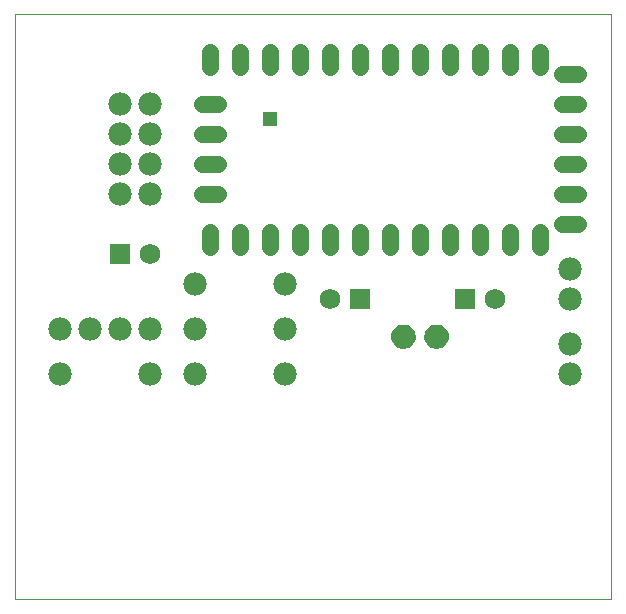
<source format=gbs>
G75*
%MOIN*%
%OFA0B0*%
%FSLAX25Y25*%
%IPPOS*%
%LPD*%
%AMOC8*
5,1,8,0,0,1.08239X$1,22.5*
%
%ADD10C,0.00000*%
%ADD11R,0.06900X0.06900*%
%ADD12C,0.06900*%
%ADD13C,0.07800*%
%ADD14C,0.05550*%
%ADD15C,0.00500*%
%ADD16R,0.04534X0.04534*%
D10*
X0006800Y0006800D02*
X0006800Y0201761D01*
X0205501Y0201761D01*
X0205501Y0006800D01*
X0006800Y0006800D01*
D11*
X0121721Y0106800D03*
X0156879Y0106800D03*
X0041879Y0121800D03*
D12*
X0051721Y0121800D03*
X0111879Y0106800D03*
X0166721Y0106800D03*
D13*
X0191800Y0106800D03*
X0191800Y0116800D03*
X0191800Y0091800D03*
X0191800Y0081800D03*
X0096800Y0081800D03*
X0096800Y0096800D03*
X0096800Y0111800D03*
X0066800Y0111800D03*
X0066800Y0096800D03*
X0066800Y0081800D03*
X0051800Y0081800D03*
X0051800Y0096800D03*
X0041800Y0096800D03*
X0031800Y0096800D03*
X0021800Y0096800D03*
X0021800Y0081800D03*
X0041800Y0141800D03*
X0041800Y0151800D03*
X0041800Y0161800D03*
X0041800Y0171800D03*
X0051800Y0171800D03*
X0051800Y0161800D03*
X0051800Y0151800D03*
X0051800Y0141800D03*
D14*
X0069225Y0141800D02*
X0074375Y0141800D01*
X0074375Y0151800D02*
X0069225Y0151800D01*
X0069225Y0161800D02*
X0074375Y0161800D01*
X0074375Y0171800D02*
X0069225Y0171800D01*
X0071800Y0184225D02*
X0071800Y0189375D01*
X0081800Y0189375D02*
X0081800Y0184225D01*
X0091800Y0184225D02*
X0091800Y0189375D01*
X0101800Y0189375D02*
X0101800Y0184225D01*
X0111800Y0184225D02*
X0111800Y0189375D01*
X0121800Y0189375D02*
X0121800Y0184225D01*
X0131800Y0184225D02*
X0131800Y0189375D01*
X0141800Y0189375D02*
X0141800Y0184225D01*
X0151800Y0184225D02*
X0151800Y0189375D01*
X0161800Y0189375D02*
X0161800Y0184225D01*
X0171800Y0184225D02*
X0171800Y0189375D01*
X0181800Y0189375D02*
X0181800Y0184225D01*
X0189225Y0181800D02*
X0194375Y0181800D01*
X0194375Y0171800D02*
X0189225Y0171800D01*
X0189225Y0161800D02*
X0194375Y0161800D01*
X0194375Y0151800D02*
X0189225Y0151800D01*
X0189225Y0141800D02*
X0194375Y0141800D01*
X0194375Y0131800D02*
X0189225Y0131800D01*
X0181800Y0129375D02*
X0181800Y0124225D01*
X0171800Y0124225D02*
X0171800Y0129375D01*
X0161800Y0129375D02*
X0161800Y0124225D01*
X0151800Y0124225D02*
X0151800Y0129375D01*
X0141800Y0129375D02*
X0141800Y0124225D01*
X0131800Y0124225D02*
X0131800Y0129375D01*
X0121800Y0129375D02*
X0121800Y0124225D01*
X0111800Y0124225D02*
X0111800Y0129375D01*
X0101800Y0129375D02*
X0101800Y0124225D01*
X0091800Y0124225D02*
X0091800Y0129375D01*
X0081800Y0129375D02*
X0081800Y0124225D01*
X0071800Y0124225D02*
X0071800Y0129375D01*
D15*
X0132866Y0095790D02*
X0133214Y0096424D01*
X0133679Y0096978D01*
X0134243Y0097431D01*
X0134885Y0097765D01*
X0135579Y0097967D01*
X0136300Y0098030D01*
X0137025Y0097969D01*
X0137723Y0097767D01*
X0138369Y0097433D01*
X0138938Y0096979D01*
X0139407Y0096423D01*
X0139758Y0095786D01*
X0139978Y0095093D01*
X0140059Y0094370D01*
X0140010Y0093710D01*
X0139846Y0093069D01*
X0139574Y0092466D01*
X0139201Y0091920D01*
X0138739Y0091447D01*
X0138201Y0091061D01*
X0137605Y0090774D01*
X0136968Y0090595D01*
X0136310Y0090530D01*
X0135652Y0090597D01*
X0135015Y0090778D01*
X0134420Y0091066D01*
X0133883Y0091453D01*
X0133422Y0091928D01*
X0133051Y0092475D01*
X0132780Y0093079D01*
X0132618Y0093720D01*
X0132570Y0094380D01*
X0132648Y0095100D01*
X0132866Y0095790D01*
X0132786Y0095535D02*
X0139838Y0095535D01*
X0139985Y0095037D02*
X0132641Y0095037D01*
X0132587Y0094538D02*
X0140041Y0094538D01*
X0140035Y0094039D02*
X0132595Y0094039D01*
X0132663Y0093541D02*
X0139966Y0093541D01*
X0139834Y0093042D02*
X0132796Y0093042D01*
X0133020Y0092544D02*
X0139609Y0092544D01*
X0139286Y0092045D02*
X0133342Y0092045D01*
X0133792Y0091547D02*
X0138836Y0091547D01*
X0138175Y0091048D02*
X0134456Y0091048D01*
X0136114Y0090550D02*
X0136511Y0090550D01*
X0139621Y0096034D02*
X0133000Y0096034D01*
X0133304Y0096532D02*
X0139315Y0096532D01*
X0138873Y0097031D02*
X0133744Y0097031D01*
X0134431Y0097529D02*
X0138183Y0097529D01*
X0136332Y0098028D02*
X0136269Y0098028D01*
X0143806Y0095535D02*
X0150858Y0095535D01*
X0150778Y0095786D02*
X0150999Y0095093D01*
X0151080Y0094370D01*
X0151030Y0093710D01*
X0150866Y0093069D01*
X0150594Y0092466D01*
X0150221Y0091920D01*
X0149759Y0091447D01*
X0149221Y0091061D01*
X0148625Y0090774D01*
X0147988Y0090595D01*
X0147330Y0090530D01*
X0146672Y0090597D01*
X0146035Y0090778D01*
X0145440Y0091066D01*
X0144903Y0091453D01*
X0144442Y0091928D01*
X0144071Y0092475D01*
X0143800Y0093079D01*
X0143638Y0093720D01*
X0143590Y0094380D01*
X0143668Y0095100D01*
X0143886Y0095790D01*
X0144234Y0096424D01*
X0144699Y0096978D01*
X0145263Y0097431D01*
X0145905Y0097765D01*
X0146599Y0097967D01*
X0147320Y0098030D01*
X0148045Y0097969D01*
X0148744Y0097767D01*
X0149390Y0097433D01*
X0149958Y0096979D01*
X0150427Y0096423D01*
X0150778Y0095786D01*
X0150642Y0096034D02*
X0144020Y0096034D01*
X0144324Y0096532D02*
X0150335Y0096532D01*
X0149893Y0097031D02*
X0144764Y0097031D01*
X0145451Y0097529D02*
X0149203Y0097529D01*
X0147352Y0098028D02*
X0147289Y0098028D01*
X0143661Y0095037D02*
X0151005Y0095037D01*
X0151061Y0094538D02*
X0143607Y0094538D01*
X0143615Y0094039D02*
X0151055Y0094039D01*
X0150987Y0093541D02*
X0143683Y0093541D01*
X0143816Y0093042D02*
X0150854Y0093042D01*
X0150629Y0092544D02*
X0144040Y0092544D01*
X0144362Y0092045D02*
X0150306Y0092045D01*
X0149857Y0091547D02*
X0144812Y0091547D01*
X0145476Y0091048D02*
X0149195Y0091048D01*
X0147531Y0090550D02*
X0147134Y0090550D01*
D16*
X0091800Y0166800D03*
M02*

</source>
